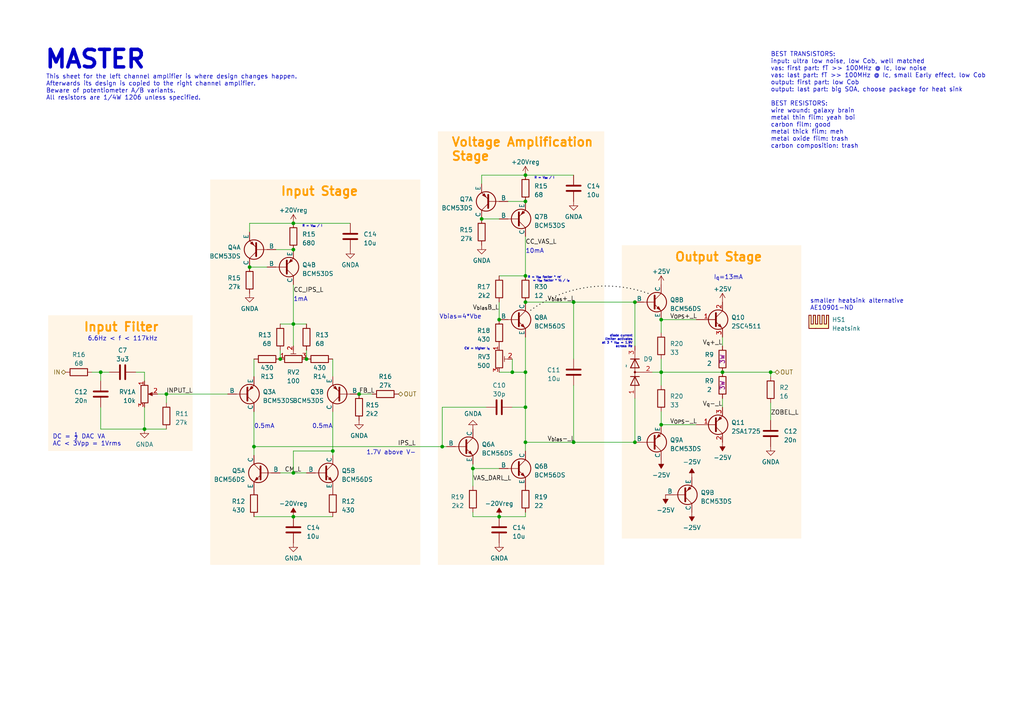
<source format=kicad_sch>
(kicad_sch (version 20230121) (generator eeschema)
  (paper "A4")
  (title_block (title "Left Channel Amplifier") (date "2023-05-25") (rev "1") (company "Author: Jona Heinke") (comment 1 "License: MIT License"))
  (lib_symbols
    (symbol "Device:C" (pin_numbers hide) (pin_names (offset 0.254))
      (property "Reference" "C" (at 0.635 2.54 0))
      (property "Value" "C" (at 0.635 -2.54 0))
      (symbol "C_0_1"
        (polyline (pts (xy -2.032 -0.762) (xy 2.032 -0.762)) (stroke (width 0.508)))
        (polyline (pts (xy -2.032 0.762) (xy 2.032 0.762)) (stroke (width 0.508)))
      )
      (symbol "C_1_1"
        (pin passive line (at 0 3.81 270) (length 2.794) (name "~") (number "1"))
        (pin passive line (at 0 -3.81 90) (length 2.794) (name "~") (number "2"))
      )
    )
    (symbol "Device:D_Dual_Series_ACK" (pin_names (offset 0.762) hide)
      (property "Reference" "D" (at 1.27 -2.54 0))
      (property "Value" "D_Dual_Series_ACK" (at 0 2.54 0))
      (symbol "D_Dual_Series_ACK_0_1"
        (polyline (pts (xy 0 0) (xy 0 -2.54)))
        (polyline (pts (xy 3.81 0) (xy -3.81 0)))
        (polyline (pts (xy 6.35 0) (xy 7.62 0)))
        (polyline (pts (xy -1.27 -1.27) (xy -1.27 1.27) (xy -1.27 1.27)) (stroke (width 0.254)))
        (polyline (pts (xy 3.81 1.27) (xy 3.81 -1.27) (xy 3.81 -1.27)) (stroke (width 0.254)))
        (polyline (pts (xy -3.81 1.27) (xy -1.27 0) (xy -3.81 -1.27) (xy -3.81 1.27) (xy -3.81 1.27) (xy -3.81 1.27)) (stroke (width 0.254)))
        (polyline (pts (xy 1.27 1.27) (xy 3.81 0) (xy 1.27 -1.27) (xy 1.27 1.27) (xy 1.27 1.27) (xy 1.27 1.27)) (stroke (width 0.254)))
        (circle (center 0 0) (radius 0.254) (fill (type outline)))
        (pin passive line (at -7.62 0 0) (length 3.81) (name "A") (number "1"))
        (pin passive line (at 0 -5.08 90) (length 2.54) (name "common") (number "2"))
        (pin passive line (at 7.62 0 180) (length 3.81) (name "K") (number "3"))
      )
    )
    (symbol "Device:Q_NPN_BCE" (pin_names (offset 0) hide)
      (property "Reference" "Q" (at 5.08 1.27 0))
      (property "Value" "Q_NPN_BCE" (at 5.08 -1.27 0))
      (symbol "Q_NPN_BCE_0_1"
        (polyline (pts (xy 0.635 0.635) (xy 2.54 2.54)))
        (polyline (pts (xy 0.635 -0.635) (xy 2.54 -2.54) (xy 2.54 -2.54)))
        (polyline (pts (xy 0.635 1.905) (xy 0.635 -1.905) (xy 0.635 -1.905)) (stroke (width 0.508)))
        (polyline (pts (xy 1.27 -1.778) (xy 1.778 -1.27) (xy 2.286 -2.286) (xy 1.27 -1.778) (xy 1.27 -1.778)) (fill (type outline)))
        (circle (center 1.27 0) (radius 2.8194) (stroke (width 0.254)))
      )
      (symbol "Q_NPN_BCE_1_1"
        (pin input line (at -5.08 0 0) (length 5.715) (name "B") (number "1"))
        (pin passive line (at 2.54 5.08 270) (length 2.54) (name "C") (number "2"))
        (pin passive line (at 2.54 -5.08 90) (length 2.54) (name "E") (number "3"))
      )
    )
    (symbol "Device:Q_PNP_BCE" (pin_names (offset 0) hide)
      (property "Reference" "Q" (at 5.08 1.27 0))
      (property "Value" "Q_PNP_BCE" (at 5.08 -1.27 0))
      (symbol "Q_PNP_BCE_0_1"
        (polyline (pts (xy 0.635 0.635) (xy 2.54 2.54)))
        (polyline (pts (xy 0.635 -0.635) (xy 2.54 -2.54) (xy 2.54 -2.54)))
        (polyline (pts (xy 0.635 1.905) (xy 0.635 -1.905) (xy 0.635 -1.905)) (stroke (width 0.508)))
        (polyline (pts (xy 2.286 -1.778) (xy 1.778 -2.286) (xy 1.27 -1.27) (xy 2.286 -1.778) (xy 2.286 -1.778)) (fill (type outline)))
        (circle (center 1.27 0) (radius 2.8194) (stroke (width 0.254)))
      )
      (symbol "Q_PNP_BCE_1_1"
        (pin input line (at -5.08 0 0) (length 5.715) (name "B") (number "1"))
        (pin passive line (at 2.54 5.08 270) (length 2.54) (name "C") (number "2"))
        (pin passive line (at 2.54 -5.08 90) (length 2.54) (name "E") (number "3"))
      )
    )
    (symbol "Device:R" (pin_numbers hide) (pin_names (offset 0))
      (property "Reference" "R" (at 2.032 0 90))
      (property "Value" "R" (at 0 0 90))
      (symbol "R_0_1"
        (rectangle (start -1.016 -2.54) (end 1.016 2.54) (stroke (width 0.254)))
      )
      (symbol "R_1_1"
        (pin passive line (at 0 3.81 270) (length 1.27) (name "~") (number "1"))
        (pin passive line (at 0 -3.81 90) (length 1.27) (name "~") (number "2"))
      )
    )
    (symbol "Device:R_Potentiometer_Dual_Separate" (pin_names (offset 1.016) hide)
      (property "Reference" "RV" (at -4.445 0 90))
      (property "Value" "R_Potentiometer_Dual_Separate" (at -2.54 0 90))
      (symbol "R_Potentiometer_Dual_Separate_0_1"
        (polyline (pts (xy 2.54 0) (xy 1.524 0)))
        (polyline (pts (xy 1.143 0) (xy 2.286 0.508) (xy 2.286 -0.508) (xy 1.143 0)) (fill (type outline)))
        (rectangle (start 1.016 2.54) (end -1.016 -2.54) (stroke (width 0.254)))
      )
      (symbol "R_Potentiometer_Dual_Separate_1_1"
        (pin passive line (at 0 3.81 270) (length 1.27) (name "1") (number "1"))
        (pin passive line (at 3.81 0 180) (length 1.27) (name "2") (number "2"))
        (pin passive line (at 0 -3.81 90) (length 1.27) (name "3") (number "3"))
      )
      (symbol "R_Potentiometer_Dual_Separate_2_1"
        (pin passive line (at 0 3.81 270) (length 1.27) (name "4") (number "4"))
        (pin passive line (at 3.81 0 180) (length 1.27) (name "5") (number "5"))
        (pin passive line (at 0 -3.81 90) (length 1.27) (name "6") (number "6"))
      )
    )
    (symbol "Device:R_Potentiometer_Trim" (pin_names (offset 1.016) hide)
      (property "Reference" "RV" (at -4.445 0 90))
      (property "Value" "R_Potentiometer_Trim" (at -2.54 0 90))
      (symbol "R_Potentiometer_Trim_0_1"
        (polyline (pts (xy 1.524 0.762) (xy 1.524 -0.762)))
        (polyline (pts (xy 2.54 0) (xy 1.524 0)))
        (rectangle (start 1.016 2.54) (end -1.016 -2.54) (stroke (width 0.254)))
      )
      (symbol "R_Potentiometer_Trim_1_1"
        (pin passive line (at 0 3.81 270) (length 1.27) (name "1") (number "1"))
        (pin passive line (at 3.81 0 180) (length 1.27) (name "2") (number "2"))
        (pin passive line (at 0 -3.81 90) (length 1.27) (name "3") (number "3"))
      )
    )
    (symbol "Mechanical:Heatsink" (pin_names (offset 1.016))
      (property "Reference" "HS" (at 0 5.08 0))
      (property "Value" "Heatsink" (at 0 -1.27 0))
      (symbol "Heatsink_0_1"
        (polyline (pts (xy -0.3302 1.27) (xy -0.9652 1.27) (xy -0.9652 3.81) (xy -1.6002 3.81) (xy -1.6002 1.27) (xy -2.2352 1.27) (xy -2.2352 3.81) (xy -2.8702 3.81) (xy -2.8702 0) (xy -0.9652 0)) (stroke (width 0.254)) (fill (type background)))
        (polyline (pts (xy -0.3302 1.27) (xy -0.3302 3.81) (xy 0.3048 3.81) (xy 0.3048 1.27) (xy 0.9398 1.27) (xy 0.9398 3.81) (xy 1.5748 3.81) (xy 1.5748 1.27) (xy 2.2098 1.27) (xy 2.2098 3.81) (xy 2.8448 3.81) (xy 2.8448 0) (xy -0.9652 0)) (stroke (width 0.254)) (fill (type background)))
      )
    )
    (symbol "library:+20Vreg" (power) (pin_names (offset 0))
      (property "Value" "+20Vreg" (at 0 3.81 0))
      (symbol "+20Vreg_0_1"
        (polyline (pts (xy -0.762 1.27) (xy 0 2.54)))
        (polyline (pts (xy 0 0) (xy 0 2.54)))
        (polyline (pts (xy 0 2.54) (xy 0.762 1.27)))
      )
      (symbol "+20Vreg_1_1"
        (pin power_in line (at 0 0 90) (length 0) hide (name "+20Vreg") (number "1"))
      )
    )
    (symbol "library:+25V" (power) (pin_names (offset 0))
      (property "Value" "+25V" (at 0 3.81 0))
      (symbol "+25V_0_1"
        (polyline (pts (xy -0.762 1.27) (xy 0 2.54)))
        (polyline (pts (xy 0 0) (xy 0 2.54)))
        (polyline (pts (xy 0 2.54) (xy 0.762 1.27)))
      )
      (symbol "+25V_1_1"
        (pin power_in line (at 0 0 90) (length 0) hide (name "+25V") (number "1"))
      )
    )
    (symbol "library:-20Vreg" (power) (pin_names (offset 0))
      (property "Value" "-20Vreg" (at 0 3.81 0))
      (symbol "-20Vreg_0_0"
        (pin power_in line (at 0 0 90) (length 0) hide (name "-20Vreg") (number "1"))
      )
      (symbol "-20Vreg_0_1"
        (polyline (pts (xy 0 0) (xy 0 1.27) (xy 0.762 1.27) (xy 0 2.54) (xy -0.762 1.27) (xy 0 1.27)) (fill (type outline)))
      )
    )
    (symbol "library:-25V" (power) (pin_names (offset 0))
      (property "Value" "-25V" (at 0 3.81 0))
      (symbol "-25V_0_0"
        (pin power_in line (at 0 0 90) (length 0) hide (name "-25V") (number "1"))
      )
      (symbol "-25V_0_1"
        (polyline (pts (xy 0 0) (xy 0 1.27) (xy 0.762 1.27) (xy 0 2.54) (xy -0.762 1.27) (xy 0 1.27)) (fill (type outline)))
      )
    )
    (symbol "library:Dual-NPN" (pin_numbers hide) (pin_names (offset 0))
      (property "Reference" "Q" (at -2.54 6.985 0))
      (property "Value" "NPN" (at -2.54 4.445 0))
      (symbol "Dual-NPN_0_1"
        (polyline (pts (xy -2.54 0) (xy 0.635 0)) (stroke (width 0.1524)))
        (polyline (pts (xy 0.635 0.635) (xy 2.54 2.54)))
        (polyline (pts (xy 2.794 -1.27) (xy 2.794 -1.27)) (stroke (width 0.1524)))
        (polyline (pts (xy 2.794 -1.27) (xy 2.794 -1.27)) (stroke (width 0.1524)))
        (polyline (pts (xy 0.635 -0.635) (xy 2.54 -2.54) (xy 2.54 -2.54)))
        (polyline (pts (xy 0.635 1.905) (xy 0.635 -1.905) (xy 0.635 -1.905)) (stroke (width 0.508)))
        (polyline (pts (xy 1.27 -1.778) (xy 1.778 -1.27) (xy 2.286 -2.286) (xy 1.27 -1.778) (xy 1.27 -1.778)) (fill (type outline)))
        (circle (center 1.27 0) (radius 2.8194) (stroke (width 0.254)))
      )
      (symbol "Dual-NPN_1_1"
        (pin input line (at -5.08 0 0) (length 2.54) (name "B") (number "1"))
        (pin open_emitter line (at 2.54 -5.08 90) (length 2.54) (name "E") (number "5"))
        (pin open_collector line (at 2.54 5.08 270) (length 2.54) (name "C") (number "6"))
      )
      (symbol "Dual-NPN_2_1"
        (pin input line (at -5.08 0 0) (length 2.54) (name "B") (number "2"))
        (pin open_collector line (at 2.54 5.08 270) (length 2.54) (name "C") (number "3"))
        (pin open_emitter line (at 2.54 -5.08 90) (length 2.54) (name "E") (number "4"))
      )
    )
    (symbol "library:Dual-PNP" (pin_numbers hide) (pin_names (offset 0))
      (property "Reference" "Q" (at -2.54 7.62 0))
      (property "Value" "PNP" (at -2.54 5.08 0))
      (symbol "Dual-PNP_0_1"
        (polyline (pts (xy -2.54 0) (xy 0.635 0)) (stroke (width 0.1524)))
        (polyline (pts (xy 0.635 0.635) (xy 2.54 2.54)))
        (polyline (pts (xy 0.635 -0.635) (xy 2.54 -2.54) (xy 2.54 -2.54)))
        (polyline (pts (xy 0.635 1.905) (xy 0.635 -1.905) (xy 0.635 -1.905)) (stroke (width 0.508)))
        (polyline (pts (xy 2.286 -1.778) (xy 1.778 -2.286) (xy 1.27 -1.27) (xy 2.286 -1.778) (xy 2.286 -1.778)) (fill (type outline)))
        (circle (center 1.27 0) (radius 2.8194) (stroke (width 0.254)))
      )
      (symbol "Dual-PNP_1_1"
        (pin input line (at -5.08 0 0) (length 2.54) (name "B") (number "1"))
        (pin open_emitter line (at 2.54 -5.08 90) (length 2.54) (name "E") (number "5"))
        (pin open_collector line (at 2.54 5.08 270) (length 2.54) (name "C") (number "6"))
      )
      (symbol "Dual-PNP_2_1"
        (pin input line (at -5.08 0 0) (length 2.54) (name "B") (number "2"))
        (pin open_collector line (at 2.54 5.08 270) (length 2.54) (name "C") (number "3"))
        (pin open_emitter line (at 2.54 -5.08 90) (length 2.54) (name "E") (number "4"))
      )
    )
    (symbol "power:GNDA" (power) (pin_names (offset 0))
      (property "Value" "GNDA" (at 0 -3.81 0))
      (symbol "GNDA_0_1"
        (polyline (pts (xy 0 0) (xy 0 -1.27) (xy 1.27 -1.27) (xy 0 -2.54) (xy -1.27 -1.27) (xy 0 -1.27)))
      )
      (symbol "GNDA_1_1"
        (pin power_in line (at 0 0 270) (length 0) hide (name "GNDA") (number "1"))
      )
    )
  )
  (junction (at 48.26 114.3))
  (junction (at 166.37 128.27))
  (junction (at 152.4 80.01))
  (junction (at 41.91 124.46))
  (junction (at 191.77 123.19))
  (junction (at 184.15 87.63))
  (junction (at 184.15 128.27))
  (junction (at 209.55 107.95))
  (junction (at 96.52 130.81))
  (junction (at 104.14 114.3))
  (junction (at 191.77 92.71))
  (junction (at 166.37 87.63))
  (junction (at 152.4 128.27))
  (junction (at 88.9 104.14))
  (junction (at 144.78 92.71))
  (junction (at 139.7 63.5))
  (junction (at 191.77 107.95))
  (junction (at 85.09 149.86))
  (junction (at 29.21 107.95))
  (junction (at 73.66 129.54))
  (junction (at 152.4 107.95))
  (junction (at 72.39 77.47))
  (junction (at 81.28 104.14))
  (junction (at 152.4 87.63))
  (junction (at 152.4 50.8))
  (junction (at 148.59 107.95))
  (junction (at 223.52 107.95))
  (junction (at 152.4 58.42))
  (junction (at 144.78 149.86))
  (junction (at 152.4 118.11))
  (junction (at 85.09 93.98))
  (junction (at 85.09 137.16))
  (junction (at 137.16 135.89))
  (junction (at 128.27 129.54))
  (junction (at 85.09 72.39))
  (junction (at 85.09 64.77))
  (wire (pts (xy 85.09 130.81) (xy 96.52 130.81)))
  (wire (pts (xy 72.39 64.77) (xy 72.39 67.31)))
  (wire (pts (xy 85.09 93.98) (xy 85.09 100.33)))
  (wire (pts (xy 152.4 68.58) (xy 152.4 80.01)))
  (wire (pts (xy 96.52 119.38) (xy 96.52 130.81)))
  (wire (pts (xy 152.4 87.63) (xy 166.37 87.63)))
  (wire (pts (xy 144.78 149.86) (xy 152.4 149.86)))
  (wire (pts (xy 81.28 137.16) (xy 85.09 137.16)))
  (wire (pts (xy 191.77 92.71) (xy 201.93 92.71)))
  (wire (pts (xy 139.7 63.5) (xy 144.78 63.5)))
  (wire (pts (xy 191.77 92.71) (xy 191.77 96.52)))
  (wire (pts (xy 139.7 50.8) (xy 152.4 50.8)))
  (wire (pts (xy 73.66 149.86) (xy 85.09 149.86)))
  (wire (pts (xy 223.52 116.84) (xy 223.52 121.92)))
  (wire (pts (xy 223.52 107.95) (xy 224.79 107.95)))
  (wire (pts (xy 148.59 118.11) (xy 152.4 118.11)))
  (wire (pts (xy 152.4 128.27) (xy 152.4 130.81)))
  (wire (pts (xy 152.4 149.86) (xy 152.4 148.59)))
  (wire (pts (xy 41.91 107.95) (xy 41.91 110.49)))
  (wire (pts (xy 41.91 124.46) (xy 48.26 124.46)))
  (wire (pts (xy 152.4 50.8) (xy 166.37 50.8)))
  (wire (pts (xy 166.37 128.27) (xy 184.15 128.27)))
  (wire (pts (xy 45.72 114.3) (xy 48.26 114.3)))
  (wire (pts (xy 144.78 107.95) (xy 148.59 107.95)))
  (wire (pts (xy 128.27 118.11) (xy 140.97 118.11)))
  (wire (pts (xy 39.37 107.95) (xy 41.91 107.95)))
  (wire (pts (xy 48.26 114.3) (xy 66.04 114.3)))
  (wire (pts (xy 184.15 115.57) (xy 184.15 128.27)))
  (wire (pts (xy 29.21 107.95) (xy 31.75 107.95)))
  (wire (pts (xy 139.7 50.8) (xy 139.7 53.34)))
  (wire (pts (xy 73.66 119.38) (xy 73.66 129.54)))
  (wire (pts (xy 96.52 130.81) (xy 96.52 132.08)))
  (wire (pts (xy 29.21 118.11) (xy 29.21 124.46)))
  (wire (pts (xy 189.23 107.95) (xy 191.77 107.95)))
  (wire (pts (xy 184.15 87.63) (xy 184.15 100.33)))
  (wire (pts (xy 85.09 82.55) (xy 85.09 93.98)))
  (wire (pts (xy 73.66 129.54) (xy 128.27 129.54)))
  (wire (pts (xy 85.09 137.16) (xy 88.9 137.16)))
  (wire (pts (xy 191.77 123.19) (xy 201.93 123.19)))
  (wire (pts (xy 72.39 77.47) (xy 77.47 77.47)))
  (wire (pts (xy 147.32 58.42) (xy 152.4 58.42)))
  (wire (pts (xy 209.55 97.79) (xy 209.55 100.33)))
  (wire (pts (xy 144.78 80.01) (xy 152.4 80.01)))
  (wire (pts (xy 191.77 107.95) (xy 209.55 107.95)))
  (wire (pts (xy 166.37 111.76) (xy 166.37 128.27)))
  (wire (pts (xy 148.59 107.95) (xy 152.4 107.95)))
  (wire (pts (xy 137.16 149.86) (xy 144.78 149.86)))
  (wire (pts (xy 152.4 97.79) (xy 152.4 107.95)))
  (wire (pts (xy 166.37 87.63) (xy 184.15 87.63)))
  (wire (pts (xy 85.09 137.16) (xy 85.09 130.81)))
  (wire (pts (xy 72.39 64.77) (xy 85.09 64.77)))
  (wire (pts (xy 152.4 118.11) (xy 152.4 128.27)))
  (wire (pts (xy 80.01 72.39) (xy 85.09 72.39)))
  (wire (pts (xy 85.09 64.77) (xy 101.6 64.77)))
  (wire (pts (xy 88.9 101.6) (xy 88.9 104.14)))
  (wire (pts (xy 29.21 124.46) (xy 41.91 124.46)))
  (wire (pts (xy 152.4 107.95) (xy 152.4 118.11)))
  (wire (pts (xy 166.37 87.63) (xy 166.37 104.14)))
  (wire (pts (xy 152.4 128.27) (xy 166.37 128.27)))
  (wire (pts (xy 41.91 118.11) (xy 41.91 124.46)))
  (wire (pts (xy 148.59 104.14) (xy 148.59 107.95)))
  (wire (pts (xy 73.66 104.14) (xy 73.66 109.22)))
  (wire (pts (xy 209.55 115.57) (xy 209.55 118.11)))
  (wire (pts (xy 223.52 109.22) (xy 223.52 107.95)))
  (wire (pts (xy 191.77 104.14) (xy 191.77 107.95)))
  (wire (pts (xy 128.27 129.54) (xy 128.27 118.11)))
  (wire (pts (xy 96.52 104.14) (xy 96.52 109.22)))
  (wire (pts (xy 137.16 148.59) (xy 137.16 149.86)))
  (wire (pts (xy 128.27 129.54) (xy 129.54 129.54)))
  (wire (pts (xy 85.09 149.86) (xy 96.52 149.86)))
  (wire (pts (xy 81.28 101.6) (xy 81.28 104.14)))
  (wire (pts (xy 137.16 135.89) (xy 137.16 140.97)))
  (wire (pts (xy 107.95 114.3) (xy 104.14 114.3)))
  (wire (pts (xy 209.55 107.95) (xy 223.52 107.95)))
  (wire (pts (xy 26.67 107.95) (xy 29.21 107.95)))
  (wire (pts (xy 81.28 93.98) (xy 85.09 93.98)))
  (wire (pts (xy 85.09 93.98) (xy 88.9 93.98)))
  (wire (pts (xy 191.77 107.95) (xy 191.77 111.76)))
  (wire (pts (xy 73.66 129.54) (xy 73.66 132.08)))
  (wire (pts (xy 191.77 119.38) (xy 191.77 123.19)))
  (wire (pts (xy 137.16 135.89) (xy 144.78 135.89)))
  (wire (pts (xy 48.26 114.3) (xy 48.26 116.84)))
  (wire (pts (xy 144.78 87.63) (xy 144.78 92.71)))
  (wire (pts (xy 29.21 107.95) (xy 29.21 110.49)))
  (wire (pts (xy 137.16 134.62) (xy 137.16 135.89)))
  (rectangle (start 13.97 91.44) (end 55.88 130.81) (stroke (width -0.0001)) (fill (type color) (color 255 153 0 0.1)))
  (rectangle (start 60.96 52.07) (end 121.92 163.83) (stroke (width -0.0001)) (fill (type color) (color 255 153 0 0.1)))
  (rectangle (start 127 38.1) (end 175.26 163.83) (stroke (width -0.0001)) (fill (type color) (color 255 153 0 0.1)))
  (arc (start 153.67 90.17) (mid 170.1836 83.3679) (end 187.96 85.09) (stroke (width 0.25) (type dot) (color 0 0 0 0.4)))
  (rectangle (start 180.34 71.12) (end 232.41 156.21) (stroke (width -0.0001)) (fill (type color) (color 255 153 0 0.1)))
  (text "Vbias=4*Vbe" (at 139.7 92.71 0) (effects (font (size 1.27 1.27)) (justify right bottom)))
  (text "1mA" (at 85.09 87.63 0) (effects (font (size 1.27 1.27)) (justify left bottom)))
  (text "Input Stage" (at 81.28 57.15 0) (effects (font (size 2.54 2.54) (thickness 0.508) bold) (justify left bottom)))
  (text "This sheet for the left channel amplifier is where design changes happen.\nAfterwards its design is copied to the right channel amplifier.\nBeware of potentiometer A/B variants.\nAll resistors are 1/4W 1206 unless specified." (at 13.335 29.21 0) (effects (font (size 1.27 1.27)) (justify left bottom)))
  (text "I_{q}=13mA" (at 207.01 81.28 0) (effects (font (size 1.27 1.27)) (justify left bottom)))
  (text "R = V_{be} factor * re'\n   = V_{be} factor * V_{t} / I_{e}" (at 153.035 81.915 0) (effects (font (size 0.63 0.63)) (justify left bottom)))
  (text "Voltage Amplification\nStage" (at 130.81 46.99 0) (effects (font (size 2.54 2.54) (thickness 0.508) bold) (justify left bottom)))
  (text "DC = ½ DAC VA\nAC < 3Vpp = 1Vrms\n" (at 15.24 129.54 0) (effects (font (size 1.27 1.27)) (justify left bottom)))
  (text "diode current\nlimiter activates\nat 3 * V_{be} = 1.9V\nacross Re" (at 183.515 100.965 0) (effects (font (size 0.64 0.64)) (justify right bottom)))
  (text "Input Filter" (at 24.13 96.52 0) (effects (font (size 2.54 2.54) (thickness 0.508) bold) (justify left bottom)))
  (text "smaller heatsink alternative\nAE10901-ND" (at 234.95 90.17 0) (effects (font (size 1.27 1.27)) (justify left bottom)))
  (text "1.7V above V-" (at 120.65 132.08 0) (effects (font (size 1.27 1.27)) (justify right bottom)))
  (text "10mA" (at 152.4 73.66 0) (effects (font (size 1.27 1.27)) (justify left bottom)))
  (text "0.5mA" (at 96.52 124.46 0) (effects (font (size 1.27 1.27)) (justify right bottom)))
  (text "R = V_{be} / I" (at 154.94 52.07 0) (effects (font (size 0.63 0.63)) (justify left bottom)))
  (text "MASTER" (at 12.7 20.32 0) (effects (font (size 5.08 5.08) (thickness 1.016) bold) (justify left bottom)))
  (text "6.6Hz < f < 117kHz" (at 25.4 99.06 0) (effects (font (size 1.27 1.27)) (justify left bottom)))
  (text "Output Stage" (at 195.58 76.2 0) (effects (font (size 2.54 2.54) (thickness 0.508) bold) (justify left bottom)))
  (text "R = V_{be} / I" (at 87.63 66.04 0) (effects (font (size 0.63 0.63)) (justify left bottom)))
  (text "BEST TRANSISTORS:\ninput: ultra low noise, low Cob, well matched\nvas: first part: fT >> 100MHz @ Ic, low noise\nvas: last part: fT >> 100MHz @ Ic, small Early effect, low Cob\noutput: first part: low Cob\noutput: last part: big SOA, choose package for heat sink\n\nBEST RESISTORS:\nwire wound: galaxy brain\nmetal thin film: yeah boi\ncarbon film: good\nmetal thick film: meh\nmetal oxide film: trash\ncarbon composition: trash" (at 223.52 43.18 0) (effects (font (size 1.27 1.27)) (justify left bottom)))
  (text "CW = higher I_{q}" (at 134.62 101.6 0) (effects (font (size 0.63 0.63)) (justify left bottom)))
  (text "0.5mA" (at 73.66 124.46 0) (effects (font (size 1.27 1.27)) (justify left bottom)))
  (label "V_{OPS}+_L" (at 194.31 92.71 0))
  (label "INPUT_L" (at 48.26 114.3 0))
  (label "VAS_DARL_L" (at 137.16 139.7 0))
  (label "CM_L" (at 82.55 137.16 0))
  (label "CC_VAS_L" (at 152.4 71.12 0))
  (label "V_{bias}B_L" (at 144.78 90.17 180))
  (label "V_{q}+_L" (at 209.55 100.33 180))
  (label "V_{OPS}-_L" (at 194.31 123.19 0))
  (label "ZOBEL_L" (at 223.52 120.65 0))
  (label "FB_L" (at 104.14 114.3 0))
  (label "CC_IPS_L" (at 85.09 85.09 0))
  (label "V_{bias}-_L" (at 158.75 128.27 0))
  (label "V_{q}-_L" (at 209.55 118.11 180))
  (label "IPS_L" (at 120.65 129.54 180))
  (label "V_{bias}+_L" (at 158.75 87.63 0))
  (hierarchical_label "IN" (shape bidirectional) (at 19.05 107.95 180))
  (hierarchical_label "OUT" (shape bidirectional) (at 115.57 114.3 0))
  (hierarchical_label "OUT" (shape bidirectional) (at 224.79 107.95 0))
  (symbol (lib_id "power:GNDA") (at 72.39 85.09 0) (unit 1)
    (property "Reference" "#PWR020" (effects hide))
    (property "Value" "GNDA" (at 72.39 89.535 0))
    (instances (project "dac" (path "" (reference "#PWR020") (unit 1)) (path "" (reference "#PWR037") (unit 1)) (path "" (reference "#PWR099") (unit 1))))
  )
  (symbol (lib_id "library:+25V") (at 191.77 82.55 0) (unit 1)
    (property "Reference" "#PWR049" (effects hide))
    (property "Value" "+25V" (at 191.77 78.74 0))
    (instances (project "dac" (path "" (reference "#PWR049") (unit 1)) (path "" (reference "#PWR0109") (unit 1))))
  )
  (symbol (lib_id "library:+20Vreg") (at 85.09 64.77 0) (unit 1)
    (property "Reference" "#PWR038" (effects hide))
    (property "Value" "+20Vreg" (at 85.09 60.96 0))
    (instances (project "dac" (path "" (reference "#PWR038") (unit 1)) (path "" (reference "#PWR0101") (unit 1))))
  )
  (symbol (lib_id "library:-20Vreg") (at 85.09 149.86 0) (unit 1)
    (property "Reference" "#PWR039" (effects hide))
    (property "Value" "-20Vreg" (at 85.09 146.05 0))
    (instances (project "dac" (path "" (reference "#PWR039") (unit 1)) (path "" (reference "#PWR0105") (unit 1))))
  )
  (symbol (lib_id "library:-25V") (at 191.77 133.35 0) (mirror x) (unit 1)
    (property "Reference" "#PWR050" (effects hide))
    (property "Value" "-25V" (at 191.77 137.795 0))
    (instances (project "dac" (path "" (reference "#PWR050") (unit 1)) (path "" (reference "#PWR0110") (unit 1))))
  )
  (symbol (lib_id "Device:R") (at 22.86 107.95 90) (unit 1)
    (property "Reference" "R16" (at 22.86 102.87 90))
    (property "Value" "68" (at 22.86 105.41 90))
    (property "Footprint" "Resistor_SMD:R_1206_3216Metric_Pad1.30x1.75mm_HandSolder" (effects hide))
    (instances (project "dac" (path "" (reference "R16") (unit 1)) (path "" (reference "R13") (unit 1)) (path "" (reference "R73") (unit 1))))
  )
  (symbol (lib_id "Device:R") (at 191.77 115.57 180) (unit 1)
    (property "Reference" "R20" (at 194.31 114.935 0) (effects (justify right)))
    (property "Value" "33" (at 194.31 117.475 0) (effects (justify right)))
    (property "Footprint" "Resistor_SMD:R_1206_3216Metric_Pad1.30x1.75mm_HandSolder" (effects hide))
    (instances (project "dac" (path "" (reference "R20") (unit 1)) (path "" (reference "R33") (unit 1)) (path "" (reference "R82") (unit 1))))
  )
  (symbol (lib_id "Device:R") (at 144.78 83.82 0) (mirror x) (unit 1)
    (property "Reference" "R17" (at 142.24 83.185 0) (effects (justify right)))
    (property "Value" "2k2" (at 142.24 85.725 0) (effects (justify right)))
    (property "Footprint" "Resistor_SMD:R_1206_3216Metric_Pad1.30x1.75mm_HandSolder" (effects hide))
    (instances (project "dac" (path "" (reference "R17") (unit 1)) (path "" (reference "R27") (unit 1)) (path "" (reference "R76") (unit 1))))
  )
  (symbol (lib_id "Device:C") (at 166.37 54.61 0) (unit 1)
    (property "Reference" "C14" (at 170.18 53.975 0) (effects (justify left)))
    (property "Value" "10u" (at 170.18 56.515 0) (effects (justify left)))
    (property "Footprint" "Capacitor_SMD:C_1206_3216Metric_Pad1.33x1.80mm_HandSolder" (effects hide))
    (property "Datasheet" "https://media.digikey.com/pdf/Data%20Sheets/Samsung%20PDFs/CL31B106KAHNFNE_Spec.pdf" (effects hide))
    (property "Digikey" "1276-3100-1-ND" (effects hide))
    (instances (project "dac" (path "" (reference "C14") (unit 1)) (path "" (reference "C22") (unit 1)) (path "" (reference "C47") (unit 1))))
  )
  (symbol (lib_id "library:Dual-NPN") (at 189.23 87.63 0) (unit 2)
    (property "Reference" "Q8" (at 194.31 86.995 0) (effects (justify left)))
    (property "Value" "BCM56DS" (at 194.31 89.535 0) (effects (justify left)))
    (property "Footprint" "Package_SO:SC-74-6_1.5x2.9mm_P0.95mm" (effects hide))
    (property "Datasheet" "https://assets.nexperia.com/documents/data-sheet/BCM56DS.pdf" (effects hide))
    (property "Digikey" "1727-7829-1-ND" (effects hide))
    (instances (project "dac" (path "" (reference "Q8") (unit 2)) (path "" (reference "Q27") (unit 2))))
  )
  (symbol (lib_id "Device:R") (at 88.9 97.79 180) (unit 1)
    (property "Reference" "R13" (at 91.44 97.155 0) (effects (justify right)))
    (property "Value" "68" (at 91.44 99.695 0) (effects (justify right)))
    (property "Footprint" "Resistor_SMD:R_1206_3216Metric_Pad1.30x1.75mm_HandSolder" (effects hide))
    (instances (project "dac" (path "" (reference "R13") (unit 1)) (path "" (reference "R20") (unit 1)) (path "" (reference "R69") (unit 1))))
  )
  (symbol (lib_id "Mechanical:Heatsink") (at 237.49 95.25 0) (unit 1)
    (property "Reference" "HS1" (at 241.3 92.71 0) (effects (justify left)))
    (property "Value" "Heatsink" (at 241.3 95.25 0) (effects (justify left)))
    (property "Footprint" "Heatsink:Heatsink_Fischer_SK129-STS_42x25mm_2xDrill2.5mm" (effects hide))
    (property "Datasheet" "https://info.boydcorp.com/hubfs/Thermal/Air-Cooling/Boyd-Board-Level-Cooling-Extruded-5290.pdf" (effects hide))
    (property "Digikey" "HS404-ND" (effects hide))
    (property "DigikeyAlt" "FA-T220-25E-ND" (effects hide))
    (property "Height" "25.4mm" (effects hide))
    (instances (project "dac" (path "" (reference "HS1") (unit 1)) (path "" (reference "HS3") (unit 1))))
  )
  (symbol (lib_id "Device:R_Potentiometer_Dual_Separate") (at 41.91 114.3 0) (unit 1)
    (property "Reference" "RV1" (at 39.37 113.665 0) (effects (justify right)))
    (property "Value" "10k" (at 39.37 116.205 0) (effects (justify right)))
    (property "Footprint" "library:RK09L12B" (effects hide))
  )
  (symbol (lib_id "library:-25V") (at 200.66 148.59 0) (mirror x) (unit 1)
    (property "Reference" "#PWR053" (effects hide))
    (property "Value" "-25V" (at 200.66 153.035 0))
    (instances (project "dac" (path "" (reference "#PWR053") (unit 1)) (path "" (reference "#PWR0110") (unit 1))))
  )
  (symbol (lib_id "Device:R_Potentiometer_Trim") (at 85.09 104.14 90) (unit 1)
    (property "Reference" "RV2" (at 85.09 107.95 90))
    (property "Value" "100" (at 85.09 110.49 90))
    (property "Footprint" "library:TC33" (effects hide))
    (property "Datasheet" "https://www.bourns.com/docs/Product-Datasheets/TC33.pdf" (effects hide))
    (property "Digikey" "118-TC33X-2-101GCT-ND" (effects hide))
    (instances (project "dac" (path "" (reference "RV2") (unit 1)) (path "" (reference "RV7") (unit 1))))
  )
  (symbol (lib_id "Device:Q_NPN_BCE") (at 207.01 92.71 0) (unit 1)
    (property "Reference" "Q10" (at 212.09 92.075 0) (effects (justify left)))
    (property "Value" "2SC4511" (at 212.09 94.615 0) (effects (justify left)))
    (property "Footprint" "Package_TO_SOT_THT:TO-220F-3_Vertical" (effects hide))
    (property "Datasheet" "https://www.semicon.sanken-ele.co.jp/sk_content/2sc4511_ds_en.pdf" (effects hide))
    (property "Digikey" "2SC4511-ND" (effects hide))
    (instances (project "dac" (path "" (reference "Q10") (unit 1)) (path "" (reference "Q34") (unit 1))))
  )
  (symbol (lib_id "Device:R") (at 72.39 81.28 0) (mirror x) (unit 1)
    (property "Reference" "R15" (at 69.85 80.645 0) (effects (justify right)))
    (property "Value" "27k" (at 69.85 83.185 0) (effects (justify right)))
    (property "Footprint" "Resistor_SMD:R_1206_3216Metric_Pad1.30x1.75mm_HandSolder" (effects hide))
    (instances (project "dac" (path "" (reference "R15") (unit 1)) (path "" (reference "R15") (unit 1)) (path "" (reference "R64") (unit 1))))
  )
  (symbol (lib_id "Device:D_Dual_Series_ACK") (at 184.15 107.95 90) (unit 1)
    (property "Reference" "D9" (at 187.96 104.14 90))
    (property "Value" "~" (at 181.61 106.1085 0))
    (property "Footprint" "Package_TO_SOT_SMD:SOT-23-3" (effects hide))
    (property "Datasheet" "https://www.diodes.com/assets/Datasheets/MMBD7000.pdf" (effects hide))
    (property "Digikey" "MMBD7000-FDICT-ND" (effects hide))
    (instances (project "power_supply" (path "" (reference "D9") (unit 1))) (project "dac" (path "" (reference "D7") (unit 1)) (path "" (reference "D7") (unit 1)) (path "" (reference "D11") (unit 1))))
  )
  (symbol (lib_id "library:Dual-PNP") (at 198.12 143.51 0) (mirror x) (unit 2)
    (property "Reference" "Q9" (at 203.2 142.875 0) (effects (justify left)))
    (property "Value" "BCM53DS" (at 203.2 145.415 0) (effects (justify left)))
    (property "Footprint" "Package_SO:SC-74-6_1.5x2.9mm_P0.95mm" (effects hide))
    (property "Datasheet" "https://assets.nexperia.com/documents/data-sheet/BCM53DS.pdf" (effects hide))
    (property "Digikey" "1727-7828-1-ND" (effects hide))
    (instances (project "dac" (path "" (reference "Q9") (unit 2)) (path "" (reference "Q25") (unit 2))))
  )
  (symbol (lib_id "Device:R_Potentiometer_Trim") (at 144.78 104.14 0) (unit 1)
    (property "Reference" "RV3" (at 142.24 103.505 0) (effects (justify right)))
    (property "Value" "500" (at 142.24 106.045 0) (effects (justify right)))
    (property "Footprint" "library:TC33" (effects hide))
    (property "Datasheet" "https://www.bourns.com/docs/Product-Datasheets/TC33.pdf" (effects hide))
    (property "Digikey" "TC33X-2-501ECT-ND" (effects hide))
    (instances (project "dac" (path "" (reference "RV3") (unit 1)) (path "" (reference "RV8") (unit 1))))
  )
  (symbol (lib_id "Device:R") (at 144.78 96.52 0) (mirror x) (unit 1)
    (property "Reference" "R18" (at 142.24 95.885 0) (effects (justify right)))
    (property "Value" "430" (at 142.24 98.425 0) (effects (justify right)))
    (property "Footprint" "Resistor_SMD:R_1206_3216Metric_Pad1.30x1.75mm_HandSolder" (effects hide))
    (instances (project "dac" (path "" (reference "R18") (unit 1)) (path "" (reference "R28") (unit 1)) (path "" (reference "R77") (unit 1))))
  )
  (symbol (lib_id "library:+25V") (at 209.55 87.63 0) (unit 1)
    (property "Reference" "#PWR054" (effects hide))
    (property "Value" "+25V" (at 209.55 83.82 0))
    (instances (project "dac" (path "" (reference "#PWR054") (unit 1)) (path "" (reference "#PWR0111") (unit 1))))
  )
  (symbol (lib_id "power:GNDA") (at 101.6 72.39 0) (mirror y) (unit 1)
    (property "Reference" "#PWR020" (effects hide))
    (property "Value" "GNDA" (at 101.6 76.835 0))
    (instances (project "dac" (path "" (reference "#PWR020") (unit 1)) (path "" (reference "#PWR041") (unit 1)) (path "" (reference "#PWR099") (unit 1))))
  )
  (symbol (lib_id "power:GNDA") (at 104.14 121.92 0) (unit 1)
    (property "Reference" "#PWR020" (effects hide))
    (property "Value" "GNDA" (at 104.14 126.365 0))
    (instances (project "dac" (path "" (reference "#PWR020") (unit 1)) (path "" (reference "#PWR042") (unit 1)) (path "" (reference "#PWR0103") (unit 1))))
  )
  (symbol (lib_id "Device:R") (at 152.4 144.78 180) (unit 1)
    (property "Reference" "R19" (at 154.94 144.145 0) (effects (justify right)))
    (property "Value" "22" (at 154.94 146.685 0) (effects (justify right)))
    (property "Footprint" "Resistor_SMD:R_1206_3216Metric_Pad1.30x1.75mm_HandSolder" (effects hide))
    (instances (project "dac" (path "" (reference "R19") (unit 1)) (path "" (reference "R31") (unit 1)) (path "" (reference "R80") (unit 1))))
  )
  (symbol (lib_id "library:Dual-NPN") (at 76.2 137.16 0) (mirror y) (unit 1)
    (property "Reference" "Q5" (at 71.12 136.525 0) (effects (justify left)))
    (property "Value" "BCM56DS" (at 71.12 139.065 0) (effects (justify left)))
    (property "Footprint" "Package_SO:SC-74-6_1.5x2.9mm_P0.95mm" (effects hide))
    (property "Datasheet" "https://assets.nexperia.com/documents/data-sheet/BCM56DS.pdf" (effects hide))
    (property "Digikey" "1727-7829-1-ND" (effects hide))
    (instances (project "dac" (path "" (reference "Q5") (unit 1)) (path "" (reference "Q27") (unit 1))))
  )
  (symbol (lib_id "Device:C") (at 35.56 107.95 90) (unit 1)
    (property "Reference" "C7" (at 35.56 101.6 90))
    (property "Value" "3u3" (at 35.56 104.14 90))
    (property "Footprint" "Capacitor_THT:C_Rect_L7.2mm_W7.2mm_P5.00mm_FKS2_FKP2_MKS2_MKP2" (effects hide))
    (property "Datasheet" "https://www.wima.de/wp-content/uploads/media/e_WIMA_MKS_2.pdf" (effects hide))
    (property "Digikey" "1928-1645-ND" (effects hide))
    (property "Height" "13mm" (effects hide))
    (instances (project "dac" (path "" (reference "C7") (unit 1)) (path "" (reference "C17") (unit 1)) (path "" (reference "C44") (unit 1))))
  )
  (symbol (lib_id "Device:R") (at 96.52 146.05 180) (unit 1)
    (property "Reference" "R12" (at 99.06 145.415 0) (effects (justify right)))
    (property "Value" "430" (at 99.06 147.955 0) (effects (justify right)))
    (property "Footprint" "Resistor_SMD:R_1206_3216Metric_Pad1.30x1.75mm_HandSolder" (effects hide))
    (instances (project "dac" (path "" (reference "R12") (unit 1)) (path "" (reference "R22") (unit 1)) (path "" (reference "R71") (unit 1))))
  )
  (symbol (lib_id "Device:R") (at 77.47 104.14 90) (mirror x) (unit 1)
    (property "Reference" "R13" (at 77.47 109.22 90))
    (property "Value" "430" (at 77.47 106.68 90))
    (property "Footprint" "Resistor_SMD:R_1206_3216Metric_Pad1.30x1.75mm_HandSolder" (effects hide))
    (instances (project "dac" (path "" (reference "R13") (unit 1)) (path "" (reference "R17") (unit 1)) (path "" (reference "R66") (unit 1))))
  )
  (symbol (lib_id "library:Dual-PNP") (at 82.55 77.47 0) (mirror x) (unit 2)
    (property "Reference" "Q4" (at 87.63 76.835 0) (effects (justify left)))
    (property "Value" "BCM53DS" (at 87.63 79.375 0) (effects (justify left)))
    (property "Footprint" "Package_SO:SC-74-6_1.5x2.9mm_P0.95mm" (effects hide))
    (property "Datasheet" "https://assets.nexperia.com/documents/data-sheet/BCM53DS.pdf" (effects hide))
    (property "Digikey" "1727-7828-1-ND" (effects hide))
    (instances (project "dac" (path "" (reference "Q4") (unit 2)) (path "" (reference "Q26") (unit 2))))
  )
  (symbol (lib_id "Device:R") (at 139.7 67.31 0) (mirror x) (unit 1)
    (property "Reference" "R15" (at 137.16 66.675 0) (effects (justify right)))
    (property "Value" "27k" (at 137.16 69.215 0) (effects (justify right)))
    (property "Footprint" "Resistor_SMD:R_1206_3216Metric_Pad1.30x1.75mm_HandSolder" (effects hide))
    (instances (project "dac" (path "" (reference "R15") (unit 1)) (path "" (reference "R26") (unit 1)) (path "" (reference "R75") (unit 1))))
  )
  (symbol (lib_id "library:Dual-PNP") (at 149.86 63.5 0) (mirror x) (unit 2)
    (property "Reference" "Q7" (at 154.94 62.865 0) (effects (justify left)))
    (property "Value" "BCM53DS" (at 154.94 65.405 0) (effects (justify left)))
    (property "Footprint" "Package_SO:SC-74-6_1.5x2.9mm_P0.95mm" (effects hide))
    (property "Datasheet" "https://assets.nexperia.com/documents/data-sheet/BCM53DS.pdf" (effects hide))
    (property "Digikey" "1727-7828-1-ND" (effects hide))
    (instances (project "dac" (path "" (reference "Q7") (unit 2)) (path "" (reference "Q29") (unit 2))))
  )
  (symbol (lib_id "Device:R") (at 191.77 100.33 180) (unit 1)
    (property "Reference" "R20" (at 194.31 99.695 0) (effects (justify right)))
    (property "Value" "33" (at 194.31 102.235 0) (effects (justify right)))
    (property "Footprint" "Resistor_SMD:R_1206_3216Metric_Pad1.30x1.75mm_HandSolder" (effects hide))
    (instances (project "dac" (path "" (reference "R20") (unit 1)) (path "" (reference "R32") (unit 1)) (path "" (reference "R81") (unit 1))))
  )
  (symbol (lib_id "power:GNDA") (at 41.91 124.46 0) (unit 1)
    (property "Reference" "#PWR020" (effects hide))
    (property "Value" "GNDA" (at 41.91 128.905 0))
    (instances (project "dac" (path "" (reference "#PWR020") (unit 1)) (path "" (reference "#PWR036") (unit 1)) (path "" (reference "#PWR098") (unit 1))))
  )
  (symbol (lib_id "library:Dual-NPN") (at 93.98 137.16 0) (unit 2)
    (property "Reference" "Q5" (at 99.06 136.525 0) (effects (justify left)))
    (property "Value" "BCM56DS" (at 99.06 139.065 0) (effects (justify left)))
    (property "Footprint" "Package_SO:SC-74-6_1.5x2.9mm_P0.95mm" (effects hide))
    (property "Datasheet" "https://assets.nexperia.com/documents/data-sheet/BCM56DS.pdf" (effects hide))
    (property "Digikey" "1727-7829-1-ND" (effects hide))
    (instances (project "dac" (path "" (reference "Q5") (unit 2)) (path "" (reference "Q27") (unit 2))))
  )
  (symbol (lib_id "library:Dual-NPN") (at 149.86 135.89 0) (unit 2)
    (property "Reference" "Q6" (at 154.94 135.255 0) (effects (justify left)))
    (property "Value" "BCM56DS" (at 154.94 137.795 0) (effects (justify left)))
    (property "Footprint" "Package_SO:SC-74-6_1.5x2.9mm_P0.95mm" (effects hide))
    (property "Datasheet" "https://assets.nexperia.com/documents/data-sheet/BCM56DS.pdf" (effects hide))
    (property "Digikey" "1727-7829-1-ND" (effects hide))
    (instances (project "dac" (path "" (reference "Q6") (unit 2)) (path "" (reference "Q27") (unit 2))))
  )
  (symbol (lib_id "library:+20Vreg") (at 152.4 50.8 0) (unit 1)
    (property "Reference" "#PWR047" (effects hide))
    (property "Value" "+20Vreg" (at 152.4 46.99 0))
    (instances (project "dac" (path "" (reference "#PWR047") (unit 1)) (path "" (reference "#PWR0107") (unit 1))))
  )
  (symbol (lib_id "Device:C") (at 144.78 153.67 0) (unit 1)
    (property "Reference" "C14" (at 148.59 153.035 0) (effects (justify left)))
    (property "Value" "10u" (at 148.59 155.575 0) (effects (justify left)))
    (property "Footprint" "Capacitor_SMD:C_1206_3216Metric_Pad1.33x1.80mm_HandSolder" (effects hide))
    (property "Datasheet" "https://media.digikey.com/pdf/Data%20Sheets/Samsung%20PDFs/CL31B106KAHNFNE_Spec.pdf" (effects hide))
    (property "Digikey" "1276-3100-1-ND" (effects hide))
    (instances (project "dac" (path "" (reference "C14") (unit 1)) (path "" (reference "C21") (unit 1)) (path "" (reference "C48") (unit 1))))
  )
  (symbol (lib_id "Device:R") (at 223.52 113.03 180) (unit 1)
    (property "Reference" "R2" (at 226.06 112.395 0) (effects (justify right)))
    (property "Value" "16" (at 226.06 114.935 0) (effects (justify right)))
    (property "Footprint" "Resistor_SMD:R_1206_3216Metric_Pad1.30x1.75mm_HandSolder" (effects hide))
    (instances (project "dac" (path "" (reference "R2") (unit 1)) (path "" (reference "R36") (unit 1))))
  )
  (symbol (lib_id "library:Dual-PNP") (at 71.12 114.3 0) (mirror x) (unit 1)
    (property "Reference" "Q3" (at 76.2 113.665 0) (effects (justify left)))
    (property "Value" "BCM53DS" (at 76.2 116.205 0) (effects (justify left)))
    (property "Footprint" "Package_SO:SC-74-6_1.5x2.9mm_P0.95mm" (effects hide))
    (property "Datasheet" "https://assets.nexperia.com/documents/data-sheet/BCM53DS.pdf" (effects hide))
    (property "Digikey" "1727-7828-1-ND" (effects hide))
    (instances (project "dac" (path "" (reference "Q3") (unit 1)) (path "" (reference "Q25") (unit 1))))
  )
  (symbol (lib_id "power:GNDA") (at 166.37 58.42 0) (mirror y) (unit 1)
    (property "Reference" "#PWR020" (effects hide))
    (property "Value" "GNDA" (at 166.37 62.865 0))
    (instances (project "dac" (path "" (reference "#PWR020") (unit 1)) (path "" (reference "#PWR048") (unit 1)) (path "" (reference "#PWR099") (unit 1))))
  )
  (symbol (lib_id "Device:R") (at 137.16 144.78 0) (mirror x) (unit 1)
    (property "Reference" "R19" (at 134.62 144.145 0) (effects (justify right)))
    (property "Value" "2k2" (at 134.62 146.685 0) (effects (justify right)))
    (property "Footprint" "Resistor_SMD:R_1206_3216Metric_Pad1.30x1.75mm_HandSolder" (effects hide))
    (instances (project "dac" (path "" (reference "R19") (unit 1)) (path "" (reference "R25") (unit 1)) (path "" (reference "R74") (unit 1))))
  )
  (symbol (lib_id "Device:R") (at 85.09 68.58 180) (unit 1)
    (property "Reference" "R15" (at 87.63 67.945 0) (effects (justify right)))
    (property "Value" "680" (at 87.63 70.485 0) (effects (justify right)))
    (property "Footprint" "Resistor_SMD:R_1206_3216Metric_Pad1.30x1.75mm_HandSolder" (effects hide))
    (instances (project "dac" (path "" (reference "R15") (unit 1)) (path "" (reference "R19") (unit 1)) (path "" (reference "R68") (unit 1))))
  )
  (symbol (lib_id "Device:R") (at 209.55 111.76 0) (mirror y) (unit 1)
    (property "Reference" "R9" (at 205.74 110.49 0))
    (property "Value" "2" (at 205.74 113.03 0))
    (property "Footprint" "Resistor_THT:R_Axial_DIN0614_L14.3mm_D5.7mm_P20.32mm_Horizontal" (effects hide))
    (property "Datasheet" "https://www.vishay.com/docs/28730/acac-at.pdf" (effects hide))
    (property "Digikey" "749-AC03000002008JAC00CT-ND" (effects hide))
    (property "Power" "3W" (at 209.55 111.76 90))
    (instances (project "power_supply" (path "" (reference "R9") (unit 1))) (project "dac" (path "" (reference "R35") (unit 1)) (path "" (reference "R83") (unit 1))))
  )
  (symbol (lib_id "Device:R") (at 48.26 120.65 180) (unit 1)
    (property "Reference" "R11" (at 50.8 120.015 0) (effects (justify right)))
    (property "Value" "27k" (at 50.8 122.555 0) (effects (justify right)))
    (property "Footprint" "Resistor_SMD:R_1206_3216Metric_Pad1.30x1.75mm_HandSolder" (effects hide))
    (instances (project "dac" (path "" (reference "R11") (unit 1)) (path "" (reference "R14") (unit 1)) (path "" (reference "R63") (unit 1))))
  )
  (symbol (lib_id "library:-25V") (at 209.55 128.27 0) (mirror x) (unit 1)
    (property "Reference" "#PWR055" (effects hide))
    (property "Value" "-25V" (at 209.55 132.715 0))
    (instances (project "dac" (path "" (reference "#PWR055") (unit 1)) (path "" (reference "#PWR0112") (unit 1))))
  )
  (symbol (lib_id "library:-25V") (at 200.66 138.43 0) (unit 1)
    (property "Reference" "#PWR052" (effects hide))
    (property "Value" "-25V" (at 200.66 133.985 0))
    (instances (project "dac" (path "" (reference "#PWR052") (unit 1)) (path "" (reference "#PWR0110") (unit 1))))
  )
  (symbol (lib_id "library:-25V") (at 193.04 143.51 0) (mirror x) (unit 1)
    (property "Reference" "#PWR051" (effects hide))
    (property "Value" "-25V" (at 193.04 147.955 0))
    (instances (project "dac" (path "" (reference "#PWR051") (unit 1)) (path "" (reference "#PWR0110") (unit 1))))
  )
  (symbol (lib_id "Device:R") (at 152.4 83.82 0) (unit 1)
    (property "Reference" "R30" (at 154.94 83.185 0) (effects (justify left)))
    (property "Value" "12" (at 154.94 85.725 0) (effects (justify left)))
    (property "Footprint" "Resistor_SMD:R_1206_3216Metric_Pad1.30x1.75mm_HandSolder" (effects hide))
    (instances (project "dac" (path "" (reference "R30") (unit 1)) (path "" (reference "R79") (unit 1))))
  )
  (symbol (lib_id "power:GNDA") (at 223.52 129.54 0) (unit 1)
    (property "Reference" "#PWR020" (effects hide))
    (property "Value" "GNDA" (at 223.52 133.985 0))
    (instances (project "dac" (path "" (reference "#PWR020") (unit 1)) (path "" (reference "#PWR056") (unit 1)) (path "" (reference "#PWR0103") (unit 1))))
  )
  (symbol (lib_id "library:-20Vreg") (at 144.78 149.86 0) (unit 1)
    (property "Reference" "#PWR045" (effects hide))
    (property "Value" "-20Vreg" (at 144.78 146.05 0))
    (instances (project "dac" (path "" (reference "#PWR045") (unit 1)) (path "" (reference "#PWR0105") (unit 1))))
  )
  (symbol (lib_id "Device:R") (at 73.66 146.05 0) (mirror x) (unit 1)
    (property "Reference" "R12" (at 71.12 145.415 0) (effects (justify right)))
    (property "Value" "430" (at 71.12 147.955 0) (effects (justify right)))
    (property "Footprint" "Resistor_SMD:R_1206_3216Metric_Pad1.30x1.75mm_HandSolder" (effects hide))
    (instances (project "dac" (path "" (reference "R12") (unit 1)) (path "" (reference "R16") (unit 1)) (path "" (reference "R65") (unit 1))))
  )
  (symbol (lib_id "power:GNDA") (at 139.7 71.12 0) (unit 1)
    (property "Reference" "#PWR020" (effects hide))
    (property "Value" "GNDA" (at 139.7 75.565 0))
    (instances (project "dac" (path "" (reference "#PWR020") (unit 1)) (path "" (reference "#PWR044") (unit 1)) (path "" (reference "#PWR0106") (unit 1))))
  )
  (symbol (lib_id "power:GNDA") (at 137.16 124.46 0) (mirror x) (unit 1)
    (property "Reference" "#PWR020" (effects hide))
    (property "Value" "GNDA" (at 137.16 120.015 0))
    (instances (project "dac" (path "" (reference "#PWR020") (unit 1)) (path "" (reference "#PWR043") (unit 1)) (path "" (reference "#PWR0104") (unit 1))))
  )
  (symbol (lib_id "Device:C") (at 29.21 114.3 0) (mirror x) (unit 1)
    (property "Reference" "C12" (at 25.4 113.665 0) (effects (justify right)))
    (property "Value" "20n" (at 25.4 116.205 0) (effects (justify right)))
    (property "Footprint" "Capacitor_SMD:C_1206_3216Metric_Pad1.33x1.80mm_HandSolder" (effects hide))
    (instances (project "dac" (path "" (reference "C12") (unit 1)) (path "" (reference "C16") (unit 1))))
  )
  (symbol (lib_id "Device:Q_PNP_BCE") (at 207.01 123.19 0) (mirror x) (unit 1)
    (property "Reference" "Q11" (at 212.09 122.555 0) (effects (justify left)))
    (property "Value" "2SA1725" (at 212.09 125.095 0) (effects (justify left)))
    (property "Footprint" "Package_TO_SOT_THT:TO-220F-3_Vertical" (effects hide))
    (property "Datasheet" "https://www.semicon.sanken-ele.co.jp/sk_content/2sa1725_ds_en.pdf" (effects hide))
    (property "Digikey" "2SA1725-ND" (effects hide))
    (instances (project "dac" (path "" (reference "Q11") (unit 1)) (path "" (reference "Q35") (unit 1))))
  )
  (symbol (lib_id "Device:C") (at 85.09 153.67 0) (unit 1)
    (property "Reference" "C14" (at 88.9 153.035 0) (effects (justify left)))
    (property "Value" "10u" (at 88.9 155.575 0) (effects (justify left)))
    (property "Footprint" "Capacitor_SMD:C_1206_3216Metric_Pad1.33x1.80mm_HandSolder" (effects hide))
    (property "Datasheet" "https://media.digikey.com/pdf/Data%20Sheets/Samsung%20PDFs/CL31B106KAHNFNE_Spec.pdf" (effects hide))
    (property "Digikey" "1276-3100-1-ND" (effects hide))
    (instances (project "dac" (path "" (reference "C14") (unit 1)) (path "" (reference "C18") (unit 1)) (path "" (reference "C48") (unit 1))))
  )
  (symbol (lib_id "library:Dual-PNP") (at 74.93 72.39 180) (unit 1)
    (property "Reference" "Q4" (at 69.85 71.755 0) (effects (justify left)))
    (property "Value" "BCM53DS" (at 69.85 74.295 0) (effects (justify left)))
    (property "Footprint" "Package_SO:SC-74-6_1.5x2.9mm_P0.95mm" (effects hide))
    (property "Datasheet" "https://assets.nexperia.com/documents/data-sheet/BCM53DS.pdf" (effects hide))
    (property "Digikey" "1727-7828-1-ND" (effects hide))
    (instances (project "dac" (path "" (reference "Q4") (unit 1)) (path "" (reference "Q26") (unit 1))))
  )
  (symbol (lib_id "Device:R") (at 152.4 54.61 180) (unit 1)
    (property "Reference" "R15" (at 154.94 53.975 0) (effects (justify right)))
    (property "Value" "68" (at 154.94 56.515 0) (effects (justify right)))
    (property "Footprint" "Resistor_SMD:R_1206_3216Metric_Pad1.30x1.75mm_HandSolder" (effects hide))
    (instances (project "dac" (path "" (reference "R15") (unit 1)) (path "" (reference "R29") (unit 1)) (path "" (reference "R78") (unit 1))))
  )
  (symbol (lib_id "Device:R") (at 81.28 97.79 0) (mirror x) (unit 1)
    (property "Reference" "R13" (at 78.74 97.155 0) (effects (justify right)))
    (property "Value" "68" (at 78.74 99.695 0) (effects (justify right)))
    (property "Footprint" "Resistor_SMD:R_1206_3216Metric_Pad1.30x1.75mm_HandSolder" (effects hide))
    (instances (project "dac" (path "" (reference "R13") (unit 1)) (path "" (reference "R18") (unit 1)) (path "" (reference "R67") (unit 1))))
  )
  (symbol (lib_id "Device:R") (at 209.55 104.14 0) (mirror y) (unit 1)
    (property "Reference" "R9" (at 205.74 102.87 0))
    (property "Value" "2" (at 205.74 105.41 0))
    (property "Footprint" "Resistor_THT:R_Axial_DIN0614_L14.3mm_D5.7mm_P20.32mm_Horizontal" (effects hide))
    (property "Datasheet" "https://www.vishay.com/docs/28730/acac-at.pdf" (effects hide))
    (property "Digikey" "749-AC03000002008JAC00CT-ND" (effects hide))
    (property "Power" "3W" (at 209.55 104.14 90))
    (instances (project "power_supply" (path "" (reference "R9") (unit 1))) (project "dac" (path "" (reference "R34") (unit 1)) (path "" (reference "R83") (unit 1))))
  )
  (symbol (lib_id "Device:C") (at 223.52 125.73 180) (unit 1)
    (property "Reference" "C12" (at 227.33 125.095 0) (effects (justify right)))
    (property "Value" "20n" (at 227.33 127.635 0) (effects (justify right)))
    (property "Footprint" "Capacitor_SMD:C_1206_3216Metric_Pad1.33x1.80mm_HandSolder" (effects hide))
    (instances (project "dac" (path "" (reference "C12") (unit 1)) (path "" (reference "C24") (unit 1))))
  )
  (symbol (lib_id "library:Dual-NPN") (at 134.62 129.54 0) (unit 1)
    (property "Reference" "Q6" (at 139.7 128.905 0) (effects (justify left)))
    (property "Value" "BCM56DS" (at 139.7 131.445 0) (effects (justify left)))
    (property "Footprint" "Package_SO:SC-74-6_1.5x2.9mm_P0.95mm" (effects hide))
    (property "Datasheet" "https://assets.nexperia.com/documents/data-sheet/BCM56DS.pdf" (effects hide))
    (property "Digikey" "1727-7829-1-ND" (effects hide))
    (instances (project "dac" (path "" (reference "Q6") (unit 1)) (path "" (reference "Q27") (unit 1))))
  )
  (symbol (lib_id "Device:C") (at 166.37 107.95 0) (mirror y) (unit 1)
    (property "Reference" "C11" (at 162.56 107.315 0) (effects (justify left)))
    (property "Value" "10u" (at 162.56 109.855 0) (effects (justify left)))
    (property "Footprint" "Capacitor_SMD:C_1206_3216Metric_Pad1.33x1.80mm_HandSolder" (effects hide))
    (property "Datasheet" "https://media.digikey.com/pdf/Data%20Sheets/Samsung%20PDFs/CL31B106KAHNFNE_Spec.pdf" (effects hide))
    (property "Digikey" "1276-3100-1-ND" (effects hide))
    (instances (project "dac" (path "" (reference "C11") (unit 1)) (path "" (reference "C23") (unit 1)) (path "" (reference "C46") (unit 1))))
  )
  (symbol (lib_id "library:Dual-PNP") (at 142.24 58.42 180) (unit 1)
    (property "Reference" "Q7" (at 137.16 57.785 0) (effects (justify left)))
    (property "Value" "BCM53DS" (at 137.16 60.325 0) (effects (justify left)))
    (property "Footprint" "Package_SO:SC-74-6_1.5x2.9mm_P0.95mm" (effects hide))
    (property "Datasheet" "https://assets.nexperia.com/documents/data-sheet/BCM53DS.pdf" (effects hide))
    (property "Digikey" "1727-7828-1-ND" (effects hide))
    (instances (project "dac" (path "" (reference "Q7") (unit 1)) (path "" (reference "Q29") (unit 1))))
  )
  (symbol (lib_id "library:Dual-PNP") (at 99.06 114.3 180) (unit 2)
    (property "Reference" "Q3" (at 93.98 113.665 0) (effects (justify left)))
    (property "Value" "BCM53DS" (at 93.98 116.205 0) (effects (justify left)))
    (property "Footprint" "Package_SO:SC-74-6_1.5x2.9mm_P0.95mm" (effects hide))
    (property "Datasheet" "https://assets.nexperia.com/documents/data-sheet/BCM53DS.pdf" (effects hide))
    (property "Digikey" "1727-7828-1-ND" (effects hide))
    (instances (project "dac" (path "" (reference "Q3") (unit 2)) (path "" (reference "Q25") (unit 2))))
  )
  (symbol (lib_id "library:Dual-NPN") (at 149.86 92.71 0) (unit 1)
    (property "Reference" "Q8" (at 154.94 92.075 0) (effects (justify left)))
    (property "Value" "BCM56DS" (at 154.94 94.615 0) (effects (justify left)))
    (property "Footprint" "Package_SO:SC-74-6_1.5x2.9mm_P0.95mm" (effects hide))
    (property "Datasheet" "https://assets.nexperia.com/documents/data-sheet/BCM56DS.pdf" (effects hide))
    (property "Digikey" "1727-7829-1-ND" (effects hide))
    (instances (project "dac" (path "" (reference "Q8") (unit 1)) (path "" (reference "Q27") (unit 1))))
  )
  (symbol (lib_id "Device:C") (at 101.6 68.58 0) (unit 1)
    (property "Reference" "C14" (at 105.41 67.945 0) (effects (justify left)))
    (property "Value" "10u" (at 105.41 70.485 0) (effects (justify left)))
    (property "Footprint" "Capacitor_SMD:C_1206_3216Metric_Pad1.33x1.80mm_HandSolder" (effects hide))
    (property "Datasheet" "https://media.digikey.com/pdf/Data%20Sheets/Samsung%20PDFs/CL31B106KAHNFNE_Spec.pdf" (effects hide))
    (property "Digikey" "1276-3100-1-ND" (effects hide))
    (instances (project "dac" (path "" (reference "C14") (unit 1)) (path "" (reference "C19") (unit 1)) (path "" (reference "C47") (unit 1))))
  )
  (symbol (lib_id "power:GNDA") (at 85.09 157.48 0) (unit 1)
    (property "Reference" "#PWR020" (effects hide))
    (property "Value" "GNDA" (at 85.09 161.925 0))
    (instances (project "dac" (path "" (reference "#PWR020") (unit 1)) (path "" (reference "#PWR040") (unit 1)) (path "" (reference "#PWR098") (unit 1))))
  )
  (symbol (lib_id "Device:R") (at 104.14 118.11 180) (unit 1)
    (property "Reference" "R15" (at 106.045 117.475 0) (effects (justify right)))
    (property "Value" "2k2" (at 106.045 120.015 0) (effects (justify right)))
    (property "Footprint" "Resistor_SMD:R_1206_3216Metric_Pad1.30x1.75mm_HandSolder" (effects hide))
    (instances (project "dac" (path "" (reference "R15") (unit 1)) (path "" (reference "R23") (unit 1)) (path "" (reference "R72") (unit 1))))
  )
  (symbol (lib_id "Device:C") (at 144.78 118.11 90) (unit 1)
    (property "Reference" "C10" (at 144.78 111.76 90))
    (property "Value" "30p" (at 144.78 114.3 90))
    (property "Footprint" "Capacitor_SMD:C_1206_3216Metric_Pad1.33x1.80mm_HandSolder" (effects hide))
    (instances (project "dac" (path "" (reference "C10") (unit 1)) (path "" (reference "C20") (unit 1)) (path "" (reference "C45") (unit 1))))
  )
  (symbol (lib_id "Device:R") (at 111.76 114.3 90) (unit 1)
    (property "Reference" "R16" (at 111.76 109.22 90))
    (property "Value" "27k" (at 111.76 111.76 90))
    (property "Footprint" "Resistor_SMD:R_1206_3216Metric_Pad1.30x1.75mm_HandSolder" (effects hide))
    (instances (project "dac" (path "" (reference "R16") (unit 1)) (path "" (reference "R24") (unit 1)) (path "" (reference "R73") (unit 1))))
  )
  (symbol (lib_id "Device:R") (at 92.71 104.14 90) (mirror x) (unit 1)
    (property "Reference" "R14" (at 92.71 109.22 90))
    (property "Value" "430" (at 92.71 106.68 90))
    (property "Footprint" "Resistor_SMD:R_1206_3216Metric_Pad1.30x1.75mm_HandSolder" (effects hide))
    (instances (project "dac" (path "" (reference "R14") (unit 1)) (path "" (reference "R21") (unit 1)) (path "" (reference "R70") (unit 1))))
  )
  (symbol (lib_id "power:GNDA") (at 144.78 157.48 0) (unit 1)
    (property "Reference" "#PWR020" (effects hide))
    (property "Value" "GNDA" (at 144.78 161.925 0))
    (instances (project "dac" (path "" (reference "#PWR020") (unit 1)) (path "" (reference "#PWR046") (unit 1)) (path "" (reference "#PWR098") (unit 1))))
  )
  (symbol (lib_id "library:Dual-PNP") (at 189.23 128.27 0) (mirror x) (unit 1)
    (property "Reference" "Q9" (at 194.31 127.635 0) (effects (justify left)))
    (property "Value" "BCM53DS" (at 194.31 130.175 0) (effects (justify left)))
    (property "Footprint" "Package_SO:SC-74-6_1.5x2.9mm_P0.95mm" (effects hide))
    (property "Datasheet" "https://assets.nexperia.com/documents/data-sheet/BCM53DS.pdf" (effects hide))
    (property "Digikey" "1727-7828-1-ND" (effects hide))
    (instances (project "dac" (path "" (reference "Q9") (unit 1)) (path "" (reference "Q25") (unit 1))))
  )
)
</source>
